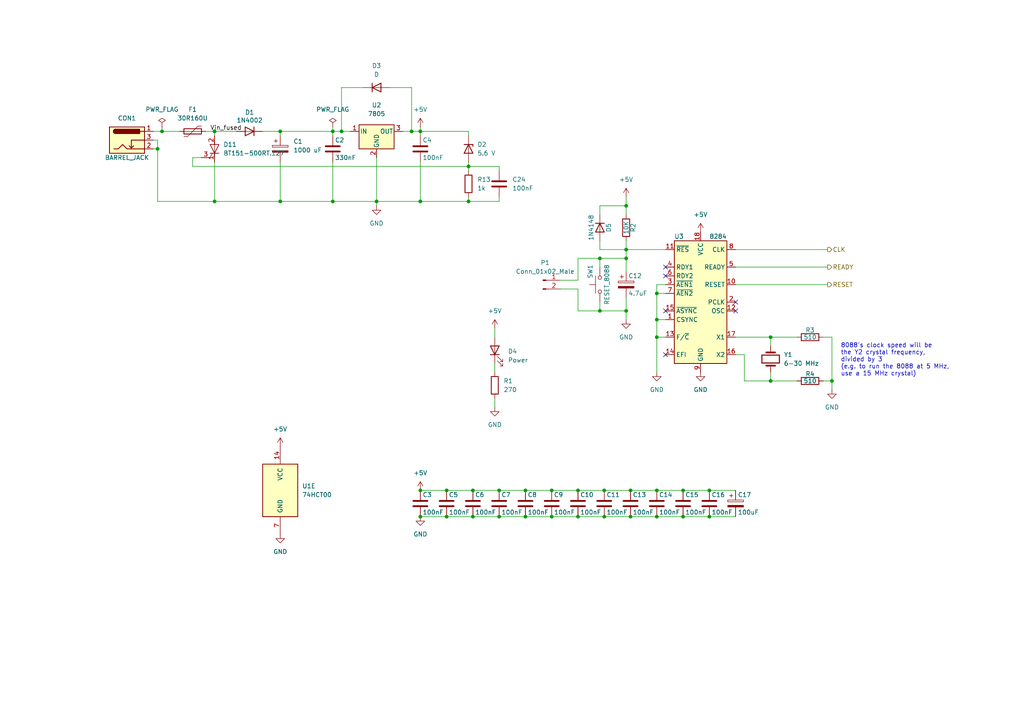
<source format=kicad_sch>
(kicad_sch (version 20211123) (generator eeschema)
  (paper "A4")
  (title_block (title "Tralala 8088 Homebrew Computer") (date "2023-01-17") (rev "1") (company "Copyright (C) 2016, 2017, 2022, 2023 Nikolay Nikolov <nickysn@users.sourceforge.net>") (comment 1 "PO Box 1866, Mountain View, CA 94042, USA.") (comment 2 "http://creativecommons.org/licenses/by-sa/3.0/ or send a letter to Creative Commons,") (comment 3 "License. To view a copy of this license, visit") (comment 4 "This work is licensed under the Creative Commons Attribution-ShareAlike 3.0 Unported"))
  (lib_symbols
    (symbol "+5V_1" (power) (pin_names (offset 0))
      (property "Value" "+5V_1" (at 0 3.556 0))
      (symbol "+5V_1_0_1"
        (polyline (pts (xy -0.762 1.27) (xy 0 2.54)))
        (polyline (pts (xy 0 0) (xy 0 2.54)))
        (polyline (pts (xy 0 2.54) (xy 0.762 1.27)))
      )
      (symbol "+5V_1_1_1"
        (pin power_in line (at 0 0 90) (length 0) hide (name "+5V") (number "1"))
      )
    )
    (symbol "74xx:74HC00" (pin_names (offset 1.016))
      (property "Reference" "U" (at 0 1.27 0))
      (property "Value" "74HC00" (at 0 -1.27 0))
      (symbol "74HC00_1_1"
        (arc (start 0 -3.81) (mid 3.81 0) (end 0 3.81) (stroke (width 0.254)) (fill (type background)))
        (polyline (pts (xy 0 3.81) (xy -3.81 3.81) (xy -3.81 -3.81) (xy 0 -3.81)) (stroke (width 0.254)) (fill (type background)))
        (pin input line (at -7.62 2.54 0) (length 3.81) (name "~") (number "1"))
        (pin input line (at -7.62 -2.54 0) (length 3.81) (name "~") (number "2"))
        (pin output inverted (at 7.62 0 180) (length 3.81) (name "~") (number "3"))
      )
      (symbol "74HC00_1_2"
        (arc (start -3.81 -3.81) (mid -2.589 0) (end -3.81 3.81) (stroke (width 0.254)))
        (arc (start -0.6096 -3.81) (mid 2.1842 -2.5851) (end 3.81 0) (stroke (width 0.254)) (fill (type background)))
        (polyline (pts (xy -3.81 -3.81) (xy -0.635 -3.81)) (stroke (width 0.254)) (fill (type background)))
        (polyline (pts (xy -3.81 3.81) (xy -0.635 3.81)) (stroke (width 0.254)) (fill (type background)))
        (polyline (pts (xy -0.635 3.81) (xy -3.81 3.81) (xy -3.81 3.81) (xy -3.556 3.4036) (xy -3.0226 2.2606) (xy -2.6924 1.0414) (xy -2.6162 -0.254) (xy -2.7686 -1.4986) (xy -3.175 -2.7178) (xy -3.81 -3.81) (xy -3.81 -3.81) (xy -0.635 -3.81)) (stroke (width -25.4)) (fill (type background)))
        (arc (start 3.81 0) (mid 2.1915 2.5936) (end -0.6096 3.81) (stroke (width 0.254)) (fill (type background)))
        (pin input inverted (at -7.62 2.54 0) (length 4.318) (name "~") (number "1"))
        (pin input inverted (at -7.62 -2.54 0) (length 4.318) (name "~") (number "2"))
        (pin output line (at 7.62 0 180) (length 3.81) (name "~") (number "3"))
      )
      (symbol "74HC00_2_1"
        (arc (start 0 -3.81) (mid 3.81 0) (end 0 3.81) (stroke (width 0.254)) (fill (type background)))
        (polyline (pts (xy 0 3.81) (xy -3.81 3.81) (xy -3.81 -3.81) (xy 0 -3.81)) (stroke (width 0.254)) (fill (type background)))
        (pin input line (at -7.62 2.54 0) (length 3.81) (name "~") (number "4"))
        (pin input line (at -7.62 -2.54 0) (length 3.81) (name "~") (number "5"))
        (pin output inverted (at 7.62 0 180) (length 3.81) (name "~") (number "6"))
      )
      (symbol "74HC00_2_2"
        (arc (start -3.81 -3.81) (mid -2.589 0) (end -3.81 3.81) (stroke (width 0.254)))
        (arc (start -0.6096 -3.81) (mid 2.1842 -2.5851) (end 3.81 0) (stroke (width 0.254)) (fill (type background)))
        (polyline (pts (xy -3.81 -3.81) (xy -0.635 -3.81)) (stroke (width 0.254)) (fill (type background)))
        (polyline (pts (xy -3.81 3.81) (xy -0.635 3.81)) (stroke (width 0.254)) (fill (type background)))
        (polyline (pts (xy -0.635 3.81) (xy -3.81 3.81) (xy -3.81 3.81) (xy -3.556 3.4036) (xy -3.0226 2.2606) (xy -2.6924 1.0414) (xy -2.6162 -0.254) (xy -2.7686 -1.4986) (xy -3.175 -2.7178) (xy -3.81 -3.81) (xy -3.81 -3.81) (xy -0.635 -3.81)) (stroke (width -25.4)) (fill (type background)))
        (arc (start 3.81 0) (mid 2.1915 2.5936) (end -0.6096 3.81) (stroke (width 0.254)) (fill (type background)))
        (pin input inverted (at -7.62 2.54 0) (length 4.318) (name "~") (number "4"))
        (pin input inverted (at -7.62 -2.54 0) (length 4.318) (name "~") (number "5"))
        (pin output line (at 7.62 0 180) (length 3.81) (name "~") (number "6"))
      )
      (symbol "74HC00_3_1"
        (arc (start 0 -3.81) (mid 3.81 0) (end 0 3.81) (stroke (width 0.254)) (fill (type background)))
        (polyline (pts (xy 0 3.81) (xy -3.81 3.81) (xy -3.81 -3.81) (xy 0 -3.81)) (stroke (width 0.254)) (fill (type background)))
        (pin input line (at -7.62 -2.54 0) (length 3.81) (name "~") (number "10"))
        (pin output inverted (at 7.62 0 180) (length 3.81) (name "~") (number "8"))
        (pin input line (at -7.62 2.54 0) (length 3.81) (name "~") (number "9"))
      )
      (symbol "74HC00_3_2"
        (arc (start -3.81 -3.81) (mid -2.589 0) (end -3.81 3.81) (stroke (width 0.254)))
        (arc (start -0.6096 -3.81) (mid 2.1842 -2.5851) (end 3.81 0) (stroke (width 0.254)) (fill (type background)))
        (polyline (pts (xy -3.81 -3.81) (xy -0.635 -3.81)) (stroke (width 0.254)) (fill (type background)))
        (polyline (pts (xy -3.81 3.81) (xy -0.635 3.81)) (stroke (width 0.254)) (fill (type background)))
        (polyline (pts (xy -0.635 3.81) (xy -3.81 3.81) (xy -3.81 3.81) (xy -3.556 3.4036) (xy -3.0226 2.2606) (xy -2.6924 1.0414) (xy -2.6162 -0.254) (xy -2.7686 -1.4986) (xy -3.175 -2.7178) (xy -3.81 -3.81) (xy -3.81 -3.81) (xy -0.635 -3.81)) (stroke (width -25.4)) (fill (type background)))
        (arc (start 3.81 0) (mid 2.1915 2.5936) (end -0.6096 3.81) (stroke (width 0.254)) (fill (type background)))
        (pin input inverted (at -7.62 -2.54 0) (length 4.318) (name "~") (number "10"))
        (pin output line (at 7.62 0 180) (length 3.81) (name "~") (number "8"))
        (pin input inverted (at -7.62 2.54 0) (length 4.318) (name "~") (number "9"))
      )
      (symbol "74HC00_4_1"
        (arc (start 0 -3.81) (mid 3.81 0) (end 0 3.81) (stroke (width 0.254)) (fill (type background)))
        (polyline (pts (xy 0 3.81) (xy -3.81 3.81) (xy -3.81 -3.81) (xy 0 -3.81)) (stroke (width 0.254)) (fill (type background)))
        (pin output inverted (at 7.62 0 180) (length 3.81) (name "~") (number "11"))
        (pin input line (at -7.62 2.54 0) (length 3.81) (name "~") (number "12"))
        (pin input line (at -7.62 -2.54 0) (length 3.81) (name "~") (number "13"))
      )
      (symbol "74HC00_4_2"
        (arc (start -3.81 -3.81) (mid -2.589 0) (end -3.81 3.81) (stroke (width 0.254)))
        (arc (start -0.6096 -3.81) (mid 2.1842 -2.5851) (end 3.81 0) (stroke (width 0.254)) (fill (type background)))
        (polyline (pts (xy -3.81 -3.81) (xy -0.635 -3.81)) (stroke (width 0.254)) (fill (type background)))
        (polyline (pts (xy -3.81 3.81) (xy -0.635 3.81)) (stroke (width 0.254)) (fill (type background)))
        (polyline (pts (xy -0.635 3.81) (xy -3.81 3.81) (xy -3.81 3.81) (xy -3.556 3.4036) (xy -3.0226 2.2606) (xy -2.6924 1.0414) (xy -2.6162 -0.254) (xy -2.7686 -1.4986) (xy -3.175 -2.7178) (xy -3.81 -3.81) (xy -3.81 -3.81) (xy -0.635 -3.81)) (stroke (width -25.4)) (fill (type background)))
        (arc (start 3.81 0) (mid 2.1915 2.5936) (end -0.6096 3.81) (stroke (width 0.254)) (fill (type background)))
        (pin output line (at 7.62 0 180) (length 3.81) (name "~") (number "11"))
        (pin input inverted (at -7.62 2.54 0) (length 4.318) (name "~") (number "12"))
        (pin input inverted (at -7.62 -2.54 0) (length 4.318) (name "~") (number "13"))
      )
      (symbol "74HC00_5_0"
        (pin power_in line (at 0 12.7 270) (length 5.08) (name "VCC") (number "14"))
        (pin power_in line (at 0 -12.7 90) (length 5.08) (name "GND") (number "7"))
      )
      (symbol "74HC00_5_1"
        (rectangle (start -5.08 7.62) (end 5.08 -7.62) (stroke (width 0.254)) (fill (type background)))
      )
    )
    (symbol "Connector:Barrel_Jack_Switch" (pin_names hide)
      (property "Reference" "J" (at 0 5.334 0))
      (property "Value" "Barrel_Jack_Switch" (at 0 -5.08 0))
      (symbol "Barrel_Jack_Switch_0_1"
        (rectangle (start -5.08 3.81) (end 5.08 -3.81) (stroke (width 0.254)) (fill (type background)))
        (arc (start -3.302 3.175) (mid -3.937 2.54) (end -3.302 1.905) (stroke (width 0.254)))
        (arc (start -3.302 3.175) (mid -3.937 2.54) (end -3.302 1.905) (stroke (width 0.254)) (fill (type outline)))
        (polyline (pts (xy 1.27 -2.286) (xy 1.905 -1.651)) (stroke (width 0.254)))
        (polyline (pts (xy 5.08 2.54) (xy 3.81 2.54)) (stroke (width 0.254)))
        (polyline (pts (xy 5.08 0) (xy 1.27 0) (xy 1.27 -2.286) (xy 0.635 -1.651)) (stroke (width 0.254)))
        (polyline (pts (xy -3.81 -2.54) (xy -2.54 -2.54) (xy -1.27 -1.27) (xy 0 -2.54) (xy 2.54 -2.54) (xy 5.08 -2.54)) (stroke (width 0.254)))
        (rectangle (start 3.683 3.175) (end -3.302 1.905) (stroke (width 0.254)) (fill (type outline)))
      )
      (symbol "Barrel_Jack_Switch_1_1"
        (pin passive line (at 7.62 2.54 180) (length 2.54) (name "~") (number "1"))
        (pin passive line (at 7.62 -2.54 180) (length 2.54) (name "~") (number "2"))
        (pin passive line (at 7.62 0 180) (length 2.54) (name "~") (number "3"))
      )
    )
    (symbol "Connector:Conn_01x02_Male" (pin_names (offset 1.016) hide)
      (property "Reference" "J" (at 0 2.54 0))
      (property "Value" "Conn_01x02_Male" (at 0 -5.08 0))
      (symbol "Conn_01x02_Male_1_1"
        (polyline (pts (xy 1.27 -2.54) (xy 0.8636 -2.54)) (stroke (width 0.1524)))
        (polyline (pts (xy 1.27 0) (xy 0.8636 0)) (stroke (width 0.1524)))
        (rectangle (start 0.8636 -2.413) (end 0 -2.667) (stroke (width 0.1524)) (fill (type outline)))
        (rectangle (start 0.8636 0.127) (end 0 -0.127) (stroke (width 0.1524)) (fill (type outline)))
        (pin passive line (at 5.08 0 180) (length 3.81) (name "Pin_1") (number "1"))
        (pin passive line (at 5.08 -2.54 180) (length 3.81) (name "Pin_2") (number "2"))
      )
    )
    (symbol "Device:C" (pin_numbers hide) (pin_names (offset 0.254))
      (property "Reference" "C" (at 0.635 2.54 0))
      (property "Value" "C" (at 0.635 -2.54 0))
      (symbol "C_0_1"
        (polyline (pts (xy -2.032 -0.762) (xy 2.032 -0.762)) (stroke (width 0.508)))
        (polyline (pts (xy -2.032 0.762) (xy 2.032 0.762)) (stroke (width 0.508)))
      )
      (symbol "C_1_1"
        (pin passive line (at 0 3.81 270) (length 2.794) (name "~") (number "1"))
        (pin passive line (at 0 -3.81 90) (length 2.794) (name "~") (number "2"))
      )
    )
    (symbol "Device:C_Polarized" (pin_numbers hide) (pin_names (offset 0.254))
      (property "Reference" "C" (at 0.635 2.54 0))
      (property "Value" "C_Polarized" (at 0.635 -2.54 0))
      (symbol "C_Polarized_0_1"
        (rectangle (start -2.286 0.508) (end 2.286 1.016))
        (polyline (pts (xy -1.778 2.286) (xy -0.762 2.286)))
        (polyline (pts (xy -1.27 2.794) (xy -1.27 1.778)))
        (rectangle (start 2.286 -0.508) (end -2.286 -1.016) (fill (type outline)))
      )
      (symbol "C_Polarized_1_1"
        (pin passive line (at 0 3.81 270) (length 2.794) (name "~") (number "1"))
        (pin passive line (at 0 -3.81 90) (length 2.794) (name "~") (number "2"))
      )
    )
    (symbol "Device:Crystal" (pin_numbers hide) (pin_names (offset 1.016) hide)
      (property "Reference" "Y" (at 0 3.81 0))
      (property "Value" "Crystal" (at 0 -3.81 0))
      (symbol "Crystal_0_1"
        (rectangle (start -1.143 2.54) (end 1.143 -2.54) (stroke (width 0.3048)))
        (polyline (pts (xy -2.54 0) (xy -1.905 0)))
        (polyline (pts (xy -1.905 -1.27) (xy -1.905 1.27)) (stroke (width 0.508)))
        (polyline (pts (xy 1.905 -1.27) (xy 1.905 1.27)) (stroke (width 0.508)))
        (polyline (pts (xy 2.54 0) (xy 1.905 0)))
      )
      (symbol "Crystal_1_1"
        (pin passive line (at -3.81 0 0) (length 1.27) (name "1") (number "1"))
        (pin passive line (at 3.81 0 180) (length 1.27) (name "2") (number "2"))
      )
    )
    (symbol "Device:D" (pin_numbers hide) (pin_names (offset 1.016) hide)
      (property "Reference" "D" (at 0 2.54 0))
      (property "Value" "D" (at 0 -2.54 0))
      (symbol "D_0_1"
        (polyline (pts (xy -1.27 1.27) (xy -1.27 -1.27)) (stroke (width 0.254)))
        (polyline (pts (xy 1.27 0) (xy -1.27 0)))
        (polyline (pts (xy 1.27 1.27) (xy 1.27 -1.27) (xy -1.27 0) (xy 1.27 1.27)) (stroke (width 0.254)))
      )
      (symbol "D_1_1"
        (pin passive line (at -3.81 0 0) (length 2.54) (name "K") (number "1"))
        (pin passive line (at 3.81 0 180) (length 2.54) (name "A") (number "2"))
      )
    )
    (symbol "Device:D_Zener" (pin_numbers hide) (pin_names (offset 1.016) hide)
      (property "Reference" "D" (at 0 2.54 0))
      (property "Value" "D_Zener" (at 0 -2.54 0))
      (symbol "D_Zener_0_1"
        (polyline (pts (xy 1.27 0) (xy -1.27 0)))
        (polyline (pts (xy -1.27 -1.27) (xy -1.27 1.27) (xy -0.762 1.27)) (stroke (width 0.254)))
        (polyline (pts (xy 1.27 -1.27) (xy 1.27 1.27) (xy -1.27 0) (xy 1.27 -1.27)) (stroke (width 0.254)))
      )
      (symbol "D_Zener_1_1"
        (pin passive line (at -3.81 0 0) (length 2.54) (name "K") (number "1"))
        (pin passive line (at 3.81 0 180) (length 2.54) (name "A") (number "2"))
      )
    )
    (symbol "Device:LED" (pin_numbers hide) (pin_names (offset 1.016) hide)
      (property "Reference" "D" (at 0 2.54 0))
      (property "Value" "LED" (at 0 -2.54 0))
      (symbol "LED_0_1"
        (polyline (pts (xy -1.27 -1.27) (xy -1.27 1.27)) (stroke (width 0.254)))
        (polyline (pts (xy -1.27 0) (xy 1.27 0)))
        (polyline (pts (xy 1.27 -1.27) (xy 1.27 1.27) (xy -1.27 0) (xy 1.27 -1.27)) (stroke (width 0.254)))
        (polyline (pts (xy -3.048 -0.762) (xy -4.572 -2.286) (xy -3.81 -2.286) (xy -4.572 -2.286) (xy -4.572 -1.524)))
        (polyline (pts (xy -1.778 -0.762) (xy -3.302 -2.286) (xy -2.54 -2.286) (xy -3.302 -2.286) (xy -3.302 -1.524)))
      )
      (symbol "LED_1_1"
        (pin passive line (at -3.81 0 0) (length 2.54) (name "K") (number "1"))
        (pin passive line (at 3.81 0 180) (length 2.54) (name "A") (number "2"))
      )
    )
    (symbol "Device:Polyfuse" (pin_numbers hide) (pin_names (offset 0))
      (property "Reference" "F" (at -2.54 0 90))
      (property "Value" "Polyfuse" (at 2.54 0 90))
      (symbol "Polyfuse_0_1"
        (rectangle (start -0.762 2.54) (end 0.762 -2.54) (stroke (width 0.254)))
        (polyline (pts (xy 0 2.54) (xy 0 -2.54)))
        (polyline (pts (xy -1.524 2.54) (xy -1.524 1.524) (xy 1.524 -1.524) (xy 1.524 -2.54)))
      )
      (symbol "Polyfuse_1_1"
        (pin passive line (at 0 3.81 270) (length 1.27) (name "~") (number "1"))
        (pin passive line (at 0 -3.81 90) (length 1.27) (name "~") (number "2"))
      )
    )
    (symbol "Device:Q_SCR_KAG" (pin_names (offset 0) hide)
      (property "Reference" "D" (at 1.905 0.635 0))
      (property "Value" "Q_SCR_KAG" (at 1.905 -1.27 0))
      (symbol "Q_SCR_KAG_0_1"
        (polyline (pts (xy -1.27 -2.54) (xy -0.635 -1.27)))
        (polyline (pts (xy -1.27 -1.27) (xy 1.27 -1.27)) (stroke (width 0.2032)))
        (polyline (pts (xy 0 -2.54) (xy 0 2.54)))
        (polyline (pts (xy -1.27 1.27) (xy 1.27 1.27) (xy 0 -1.27) (xy -1.27 1.27)) (stroke (width 0.2032)))
      )
      (symbol "Q_SCR_KAG_1_1"
        (pin passive line (at 0 -3.81 90) (length 2.54) (name "K") (number "1"))
        (pin passive line (at 0 3.81 270) (length 2.54) (name "A") (number "2"))
        (pin input line (at -3.81 -2.54 0) (length 2.54) (name "G") (number "3"))
      )
    )
    (symbol "Device:R" (pin_numbers hide) (pin_names (offset 0))
      (property "Reference" "R" (at 2.032 0 90))
      (property "Value" "R" (at 0 0 90))
      (symbol "R_0_1"
        (rectangle (start -1.016 -2.54) (end 1.016 2.54) (stroke (width 0.254)))
      )
      (symbol "R_1_1"
        (pin passive line (at 0 3.81 270) (length 1.27) (name "~") (number "1"))
        (pin passive line (at 0 -3.81 90) (length 1.27) (name "~") (number "2"))
      )
    )
    (symbol "Diode:1N4002" (pin_numbers hide) (pin_names hide)
      (property "Reference" "D" (at 0 2.54 0))
      (property "Value" "1N4002" (at 0 -2.54 0))
      (symbol "1N4002_0_1"
        (polyline (pts (xy -1.27 1.27) (xy -1.27 -1.27)) (stroke (width 0.254)))
        (polyline (pts (xy 1.27 0) (xy -1.27 0)))
        (polyline (pts (xy 1.27 1.27) (xy 1.27 -1.27) (xy -1.27 0) (xy 1.27 1.27)) (stroke (width 0.254)))
      )
      (symbol "1N4002_1_1"
        (pin passive line (at -3.81 0 0) (length 2.54) (name "K") (number "1"))
        (pin passive line (at 3.81 0 180) (length 2.54) (name "A") (number "2"))
      )
    )
    (symbol "GND_1" (power) (pin_names (offset 0))
      (property "Value" "GND_1" (at 0 -3.81 0))
      (symbol "GND_1_0_1"
        (polyline (pts (xy 0 0) (xy 0 -1.27) (xy 1.27 -1.27) (xy 0 -2.54) (xy -1.27 -1.27) (xy 0 -1.27)))
      )
      (symbol "GND_1_1_1"
        (pin power_in line (at 0 0 270) (length 0) hide (name "GND") (number "1"))
      )
    )
    (symbol "Regulator_Linear:L7805" (pin_names (offset 0.254))
      (property "Reference" "U" (at -3.81 3.175 0))
      (property "Value" "L7805" (at 0 3.175 0))
      (symbol "L7805_0_1"
        (rectangle (start -5.08 1.905) (end 5.08 -5.08) (stroke (width 0.254)) (fill (type background)))
      )
      (symbol "L7805_1_1"
        (pin power_in line (at -7.62 0 0) (length 2.54) (name "IN") (number "1"))
        (pin power_in line (at 0 -7.62 90) (length 2.54) (name "GND") (number "2"))
        (pin power_out line (at 7.62 0 180) (length 2.54) (name "OUT") (number "3"))
      )
    )
    (symbol "Switch:SW_Push" (pin_numbers hide) (pin_names (offset 1.016) hide)
      (property "Reference" "SW" (at 1.27 2.54 0))
      (property "Value" "SW_Push" (at 0 -1.524 0))
      (symbol "SW_Push_0_1"
        (circle (center -2.032 0) (radius 0.508))
        (polyline (pts (xy 0 1.27) (xy 0 3.048)))
        (polyline (pts (xy 2.54 1.27) (xy -2.54 1.27)))
        (circle (center 2.032 0) (radius 0.508))
        (pin passive line (at -5.08 0 0) (length 2.54) (name "1") (number "1"))
        (pin passive line (at 5.08 0 180) (length 2.54) (name "2") (number "2"))
      )
    )
    (symbol "Timer:8284"
      (property "Reference" "U" (at -3.81 19.05 0))
      (property "Value" "8284" (at 2.54 19.05 0))
      (symbol "8284_0_0"
        (rectangle (start -7.62 -17.78) (end 7.62 17.78) (stroke (width 0.254)) (fill (type background)))
      )
      (symbol "8284_1_1"
        (pin input line (at -10.16 -5.08 0) (length 2.54) (name "CSYNC") (number "1"))
        (pin output line (at 10.16 5.08 180) (length 2.54) (name "RESET") (number "10"))
        (pin input line (at -10.16 15.24 0) (length 2.54) (name "~{RES}") (number "11"))
        (pin output line (at 10.16 -2.54 180) (length 2.54) (name "OSC") (number "12"))
        (pin input line (at -10.16 -10.16 0) (length 2.54) (name "F/~{C}") (number "13"))
        (pin input line (at -10.16 -15.24 0) (length 2.54) (name "EFI") (number "14"))
        (pin input line (at -10.16 -2.54 0) (length 2.54) (name "~{ASYNC}") (number "15"))
        (pin output line (at 10.16 -15.24 180) (length 2.54) (name "X2") (number "16"))
        (pin input line (at 10.16 -10.16 180) (length 2.54) (name "X1") (number "17"))
        (pin power_in line (at 0 20.32 270) (length 2.54) (name "VCC") (number "18"))
        (pin output line (at 10.16 0 180) (length 2.54) (name "PCLK") (number "2"))
        (pin input line (at -10.16 5.08 0) (length 2.54) (name "~{AEN1}") (number "3"))
        (pin input line (at -10.16 10.16 0) (length 2.54) (name "RDY1") (number "4"))
        (pin output line (at 10.16 10.16 180) (length 2.54) (name "READY") (number "5"))
        (pin input line (at -10.16 7.62 0) (length 2.54) (name "RDY2") (number "6"))
        (pin input line (at -10.16 2.54 0) (length 2.54) (name "~{AEN2}") (number "7"))
        (pin output line (at 10.16 15.24 180) (length 2.54) (name "CLK") (number "8"))
        (pin power_in line (at 0 -20.32 90) (length 2.54) (name "GND") (number "9"))
      )
    )
    (symbol "power:+5V" (power) (pin_names (offset 0))
      (property "Value" "+5V" (at 0 3.556 0))
      (symbol "+5V_0_1"
        (polyline (pts (xy -0.762 1.27) (xy 0 2.54)))
        (polyline (pts (xy 0 0) (xy 0 2.54)))
        (polyline (pts (xy 0 2.54) (xy 0.762 1.27)))
      )
      (symbol "+5V_1_1"
        (pin power_in line (at 0 0 90) (length 0) hide (name "+5V") (number "1"))
      )
    )
    (symbol "power:GND" (power) (pin_names (offset 0))
      (property "Value" "GND" (at 0 -3.81 0))
      (symbol "GND_0_1"
        (polyline (pts (xy 0 0) (xy 0 -1.27) (xy 1.27 -1.27) (xy 0 -2.54) (xy -1.27 -1.27) (xy 0 -1.27)))
      )
      (symbol "GND_1_1"
        (pin power_in line (at 0 0 270) (length 0) hide (name "GND") (number "1"))
      )
    )
    (symbol "power:PWR_FLAG" (power) (pin_numbers hide) (pin_names (offset 0) hide)
      (property "Value" "PWR_FLAG" (at 0 3.81 0))
      (symbol "PWR_FLAG_0_0"
        (pin power_out line (at 0 0 90) (length 0) (name "pwr") (number "1"))
      )
      (symbol "PWR_FLAG_0_1"
        (polyline (pts (xy 0 0) (xy 0 1.27) (xy -1.016 1.905) (xy 0 2.54) (xy 1.016 1.905) (xy 0 1.27)))
      )
    )
  )
  (junction (at 62.23 58.42))
  (junction (at 152.4 142.24))
  (junction (at 96.52 58.42))
  (junction (at 190.5 92.71))
  (junction (at 135.89 58.42))
  (junction (at 119.38 38.1))
  (junction (at 223.52 110.49))
  (junction (at 190.5 142.24))
  (junction (at 167.64 149.86))
  (junction (at 181.61 59.69))
  (junction (at 173.99 74.93))
  (junction (at 129.54 149.86))
  (junction (at 205.74 149.86))
  (junction (at 198.12 142.24))
  (junction (at 144.78 149.86))
  (junction (at 121.92 142.24))
  (junction (at 81.28 58.42))
  (junction (at 121.92 149.86))
  (junction (at 109.22 58.42))
  (junction (at 181.61 90.17))
  (junction (at 137.16 142.24))
  (junction (at 190.5 85.09))
  (junction (at 129.54 142.24))
  (junction (at 121.92 38.1))
  (junction (at 137.16 149.86))
  (junction (at 182.88 142.24))
  (junction (at 190.5 149.86))
  (junction (at 173.99 90.17))
  (junction (at 96.52 38.1))
  (junction (at 241.3 110.49))
  (junction (at 121.92 58.42))
  (junction (at 160.02 142.24))
  (junction (at 223.52 97.79))
  (junction (at 167.64 142.24))
  (junction (at 144.78 142.24))
  (junction (at 205.74 142.24))
  (junction (at 190.5 97.79))
  (junction (at 181.61 74.93))
  (junction (at 198.12 149.86))
  (junction (at 175.26 149.86))
  (junction (at 46.99 38.1))
  (junction (at 81.28 38.1))
  (junction (at 99.06 38.1))
  (junction (at 152.4 149.86))
  (junction (at 181.61 72.39))
  (junction (at 175.26 142.24))
  (junction (at 45.72 43.18))
  (junction (at 160.02 149.86))
  (junction (at 62.23 38.1))
  (junction (at 135.89 48.26))
  (junction (at 182.88 149.86))
  (no_connect (at 213.36 90.17))
  (no_connect (at 193.04 80.01))
  (no_connect (at 193.04 90.17))
  (no_connect (at 193.04 102.87))
  (no_connect (at 193.04 77.47))
  (no_connect (at 213.36 87.63))
  (wire (pts (xy 167.64 83.82) (xy 167.64 90.17)))
  (wire (pts (xy 162.56 81.28) (xy 167.64 81.28)))
  (wire (pts (xy 62.23 38.1) (xy 68.58 38.1)))
  (wire (pts (xy 181.61 92.71) (xy 181.61 90.17)))
  (wire (pts (xy 62.23 58.42) (xy 81.28 58.42)))
  (wire (pts (xy 109.22 58.42) (xy 121.92 58.42)))
  (wire (pts (xy 129.54 142.24) (xy 137.16 142.24)))
  (wire (pts (xy 223.52 110.49) (xy 231.14 110.49)))
  (wire (pts (xy 144.78 149.86) (xy 152.4 149.86)))
  (wire (pts (xy 45.72 40.64) (xy 45.72 43.18)))
  (wire (pts (xy 181.61 59.69) (xy 181.61 62.23)))
  (wire (pts (xy 45.72 58.42) (xy 62.23 58.42)))
  (wire (pts (xy 121.92 38.1) (xy 121.92 36.83)))
  (wire (pts (xy 190.5 82.55) (xy 190.5 85.09)))
  (wire (pts (xy 181.61 59.69) (xy 173.99 59.69)))
  (wire (pts (xy 205.74 142.24) (xy 213.36 142.24)))
  (wire (pts (xy 190.5 97.79) (xy 193.04 97.79)))
  (wire (pts (xy 181.61 72.39) (xy 193.04 72.39)))
  (wire (pts (xy 167.64 149.86) (xy 175.26 149.86)))
  (wire (pts (xy 45.72 43.18) (xy 45.72 58.42)))
  (wire (pts (xy 55.88 45.72) (xy 58.42 45.72)))
  (wire (pts (xy 198.12 149.86) (xy 205.74 149.86)))
  (wire (pts (xy 213.36 102.87) (xy 215.9 102.87)))
  (wire (pts (xy 46.99 38.1) (xy 44.45 38.1)))
  (wire (pts (xy 152.4 149.86) (xy 160.02 149.86)))
  (wire (pts (xy 96.52 58.42) (xy 96.52 46.99)))
  (wire (pts (xy 96.52 36.83) (xy 96.52 38.1)))
  (wire (pts (xy 143.51 105.41) (xy 143.51 107.95)))
  (wire (pts (xy 175.26 149.86) (xy 182.88 149.86)))
  (wire (pts (xy 223.52 97.79) (xy 231.14 97.79)))
  (wire (pts (xy 160.02 142.24) (xy 167.64 142.24)))
  (wire (pts (xy 241.3 97.79) (xy 241.3 110.49)))
  (wire (pts (xy 143.51 95.25) (xy 143.51 97.79)))
  (wire (pts (xy 162.56 83.82) (xy 167.64 83.82)))
  (wire (pts (xy 182.88 142.24) (xy 190.5 142.24)))
  (wire (pts (xy 144.78 142.24) (xy 152.4 142.24)))
  (wire (pts (xy 173.99 59.69) (xy 173.99 62.23)))
  (wire (pts (xy 190.5 85.09) (xy 190.5 92.71)))
  (wire (pts (xy 205.74 149.86) (xy 213.36 149.86)))
  (wire (pts (xy 99.06 38.1) (xy 101.6 38.1)))
  (wire (pts (xy 119.38 38.1) (xy 121.92 38.1)))
  (wire (pts (xy 173.99 74.93) (xy 173.99 77.47)))
  (wire (pts (xy 135.89 39.37) (xy 135.89 38.1)))
  (wire (pts (xy 241.3 110.49) (xy 241.3 113.03)))
  (wire (pts (xy 137.16 149.86) (xy 144.78 149.86)))
  (wire (pts (xy 46.99 38.1) (xy 52.07 38.1)))
  (wire (pts (xy 190.5 97.79) (xy 190.5 107.95)))
  (wire (pts (xy 62.23 39.37) (xy 62.23 38.1)))
  (wire (pts (xy 144.78 48.26) (xy 135.89 48.26)))
  (wire (pts (xy 160.02 149.86) (xy 167.64 149.86)))
  (wire (pts (xy 59.69 38.1) (xy 62.23 38.1)))
  (wire (pts (xy 116.84 38.1) (xy 119.38 38.1)))
  (wire (pts (xy 62.23 46.99) (xy 62.23 58.42)))
  (wire (pts (xy 81.28 38.1) (xy 81.28 39.37)))
  (wire (pts (xy 182.88 149.86) (xy 190.5 149.86)))
  (wire (pts (xy 105.41 25.4) (xy 99.06 25.4)))
  (wire (pts (xy 109.22 58.42) (xy 109.22 45.72)))
  (wire (pts (xy 109.22 58.42) (xy 109.22 59.69)))
  (wire (pts (xy 215.9 102.87) (xy 215.9 110.49)))
  (wire (pts (xy 96.52 39.37) (xy 96.52 38.1)))
  (wire (pts (xy 143.51 115.57) (xy 143.51 118.11)))
  (wire (pts (xy 96.52 38.1) (xy 99.06 38.1)))
  (wire (pts (xy 213.36 77.47) (xy 240.03 77.47)))
  (wire (pts (xy 238.76 110.49) (xy 241.3 110.49)))
  (wire (pts (xy 144.78 58.42) (xy 135.89 58.42)))
  (wire (pts (xy 173.99 72.39) (xy 181.61 72.39)))
  (wire (pts (xy 190.5 149.86) (xy 198.12 149.86)))
  (wire (pts (xy 173.99 74.93) (xy 181.61 74.93)))
  (wire (pts (xy 144.78 57.15) (xy 144.78 58.42)))
  (wire (pts (xy 135.89 58.42) (xy 135.89 57.15)))
  (wire (pts (xy 173.99 69.85) (xy 173.99 72.39)))
  (wire (pts (xy 46.99 38.1) (xy 46.99 36.83)))
  (wire (pts (xy 215.9 110.49) (xy 223.52 110.49)))
  (wire (pts (xy 121.92 39.37) (xy 121.92 38.1)))
  (wire (pts (xy 190.5 92.71) (xy 193.04 92.71)))
  (wire (pts (xy 121.92 149.86) (xy 129.54 149.86)))
  (wire (pts (xy 81.28 58.42) (xy 96.52 58.42)))
  (wire (pts (xy 129.54 149.86) (xy 137.16 149.86)))
  (wire (pts (xy 223.52 97.79) (xy 223.52 100.33)))
  (wire (pts (xy 119.38 25.4) (xy 113.03 25.4)))
  (wire (pts (xy 175.26 142.24) (xy 182.88 142.24)))
  (wire (pts (xy 167.64 81.28) (xy 167.64 74.93)))
  (wire (pts (xy 137.16 142.24) (xy 144.78 142.24)))
  (wire (pts (xy 81.28 38.1) (xy 96.52 38.1)))
  (wire (pts (xy 144.78 49.53) (xy 144.78 48.26)))
  (wire (pts (xy 238.76 97.79) (xy 241.3 97.79)))
  (wire (pts (xy 167.64 90.17) (xy 173.99 90.17)))
  (wire (pts (xy 121.92 58.42) (xy 121.92 46.99)))
  (wire (pts (xy 213.36 72.39) (xy 240.03 72.39)))
  (wire (pts (xy 181.61 72.39) (xy 181.61 74.93)))
  (wire (pts (xy 167.64 142.24) (xy 175.26 142.24)))
  (wire (pts (xy 193.04 82.55) (xy 190.5 82.55)))
  (wire (pts (xy 181.61 69.85) (xy 181.61 72.39)))
  (wire (pts (xy 55.88 48.26) (xy 55.88 45.72)))
  (wire (pts (xy 190.5 142.24) (xy 198.12 142.24)))
  (wire (pts (xy 213.36 82.55) (xy 240.03 82.55)))
  (wire (pts (xy 173.99 90.17) (xy 181.61 90.17)))
  (wire (pts (xy 55.88 48.26) (xy 135.89 48.26)))
  (wire (pts (xy 135.89 58.42) (xy 121.92 58.42)))
  (wire (pts (xy 152.4 142.24) (xy 160.02 142.24)))
  (wire (pts (xy 121.92 142.24) (xy 129.54 142.24)))
  (wire (pts (xy 213.36 97.79) (xy 223.52 97.79)))
  (wire (pts (xy 45.72 43.18) (xy 44.45 43.18)))
  (wire (pts (xy 76.2 38.1) (xy 81.28 38.1)))
  (wire (pts (xy 44.45 40.64) (xy 45.72 40.64)))
  (wire (pts (xy 135.89 46.99) (xy 135.89 48.26)))
  (wire (pts (xy 81.28 46.99) (xy 81.28 58.42)))
  (wire (pts (xy 190.5 92.71) (xy 190.5 97.79)))
  (wire (pts (xy 99.06 25.4) (xy 99.06 38.1)))
  (wire (pts (xy 135.89 38.1) (xy 121.92 38.1)))
  (wire (pts (xy 167.64 74.93) (xy 173.99 74.93)))
  (wire (pts (xy 173.99 87.63) (xy 173.99 90.17)))
  (wire (pts (xy 135.89 48.26) (xy 135.89 49.53)))
  (wire (pts (xy 223.52 107.95) (xy 223.52 110.49)))
  (wire (pts (xy 181.61 57.15) (xy 181.61 59.69)))
  (wire (pts (xy 190.5 85.09) (xy 193.04 85.09)))
  (wire (pts (xy 198.12 142.24) (xy 205.74 142.24)))
  (wire (pts (xy 96.52 58.42) (xy 109.22 58.42)))
  (wire (pts (xy 119.38 38.1) (xy 119.38 25.4)))
  (wire (pts (xy 181.61 86.36) (xy 181.61 90.17)))
  (wire (pts (xy 181.61 74.93) (xy 181.61 78.74)))
  (text "8088's clock speed will be\nthe Y2 crystal frequency,\ndivided by 3\n(e.g. to run the 8088 at 5 MHz,\nuse a 15 MHz crystal)" (at 243.84 109.22 0) (effects (font (size 1.27 1.27)) (justify left bottom)))
  (label "Vin_fused" (at 60.96 38.1 0))
  (hierarchical_label "CLK" (shape output) (at 240.03 72.39 0))
  (hierarchical_label "READY" (shape output) (at 240.03 77.47 0))
  (hierarchical_label "RESET" (shape output) (at 240.03 82.55 0))
  (symbol (lib_id "Device:D_Zener") (at 135.89 43.18 270) (unit 1)
    (property "Reference" "D2" (at 138.43 41.9099 90) (effects (justify left)))
    (property "Value" "5.6 V" (at 138.43 44.4499 90) (effects (justify left)))
    (property "Footprint" "Diode_THT:D_DO-41_SOD81_P10.16mm_Horizontal" (effects hide))
  )
  (symbol (lib_id "Device:C") (at 182.88 146.05 0) (unit 1)
    (property "Reference" "C13" (at 183.515 143.51 0) (effects (justify left)))
    (property "Value" "100nF" (at 183.515 148.59 0) (effects (justify left)))
    (property "Footprint" "Capacitor_THT:C_Disc_D6.0mm_W2.5mm_P5.00mm" (effects hide))
  )
  (symbol (lib_id "Device:C_Polarized") (at 181.61 82.55 0) (unit 1)
    (property "Reference" "C12" (at 182.245 80.01 0) (effects (justify left)))
    (property "Value" "4.7uF" (at 182.245 85.09 0) (effects (justify left)))
    (property "Footprint" "Capacitor_THT:CP_Radial_D5.0mm_P2.00mm" (effects hide))
  )
  (symbol (lib_id "power:GND") (at 241.3 113.03 0) (unit 1)
    (property "Reference" "#PWR015" (effects hide))
    (property "Value" "GND" (at 241.3 118.11 0))
  )
  (symbol (lib_id "Device:C") (at 152.4 146.05 0) (unit 1)
    (property "Reference" "C8" (at 153.035 143.51 0) (effects (justify left)))
    (property "Value" "100nF" (at 153.035 148.59 0) (effects (justify left)))
    (property "Footprint" "Capacitor_THT:C_Disc_D6.0mm_W2.5mm_P5.00mm" (effects hide))
  )
  (symbol (lib_id "power:GND") (at 190.5 107.95 0) (unit 1)
    (property "Reference" "#PWR012" (effects hide))
    (property "Value" "GND" (at 190.5 113.03 0))
  )
  (symbol (lib_id "power:+5V") (at 121.92 142.24 0) (unit 1)
    (property "Reference" "#PWR05" (effects hide))
    (property "Value" "+5V" (at 121.92 137.16 0))
  )
  (symbol (lib_id "Device:LED") (at 143.51 101.6 90) (unit 1)
    (property "Reference" "D4" (at 147.32 101.9174 90) (effects (justify right)))
    (property "Value" "Power" (at 147.32 104.4574 90) (effects (justify right)))
    (property "Footprint" "LED_THT:LED_D5.0mm" (effects hide))
  )
  (symbol (lib_id "Device:C") (at 198.12 146.05 0) (unit 1)
    (property "Reference" "C15" (at 198.755 143.51 0) (effects (justify left)))
    (property "Value" "100nF" (at 198.755 148.59 0) (effects (justify left)))
    (property "Footprint" "Capacitor_THT:C_Disc_D6.0mm_W2.5mm_P5.00mm" (effects hide))
  )
  (symbol (lib_id "power:+5V") (at 81.28 129.54 0) (unit 1)
    (property "Reference" "#PWR02" (effects hide))
    (property "Value" "+5V" (at 81.28 124.46 0))
  )
  (symbol (lib_id "Device:R") (at 135.89 53.34 0) (unit 1)
    (property "Reference" "R13" (at 138.43 52.0699 0) (effects (justify left)))
    (property "Value" "1k" (at 138.43 54.6099 0) (effects (justify left)))
    (property "Footprint" "Resistor_THT:R_Axial_DIN0207_L6.3mm_D2.5mm_P10.16mm_Horizontal" (effects hide))
  )
  (symbol (lib_id "Device:C") (at 121.92 146.05 0) (unit 1)
    (property "Reference" "C3" (at 122.555 143.51 0) (effects (justify left)))
    (property "Value" "100nF" (at 122.555 148.59 0) (effects (justify left)))
    (property "Footprint" "Capacitor_THT:C_Disc_D6.0mm_W2.5mm_P5.00mm" (effects hide))
  )
  (symbol (lib_id "Device:C") (at 167.64 146.05 0) (unit 1)
    (property "Reference" "C10" (at 168.275 143.51 0) (effects (justify left)))
    (property "Value" "100nF" (at 168.275 148.59 0) (effects (justify left)))
    (property "Footprint" "Capacitor_THT:C_Disc_D6.0mm_W2.5mm_P5.00mm" (effects hide))
  )
  (symbol (lib_id "Device:C") (at 190.5 146.05 0) (unit 1)
    (property "Reference" "C14" (at 191.135 143.51 0) (effects (justify left)))
    (property "Value" "100nF" (at 191.135 148.59 0) (effects (justify left)))
    (property "Footprint" "Capacitor_THT:C_Disc_D6.0mm_W2.5mm_P5.00mm" (effects hide))
  )
  (symbol (lib_id "Device:C") (at 175.26 146.05 0) (unit 1)
    (property "Reference" "C11" (at 175.895 143.51 0) (effects (justify left)))
    (property "Value" "100nF" (at 175.895 148.59 0) (effects (justify left)))
    (property "Footprint" "Capacitor_THT:C_Disc_D6.0mm_W2.5mm_P5.00mm" (effects hide))
  )
  (symbol (lib_id "power:+5V") (at 121.92 36.83 0) (unit 1)
    (property "Reference" "#PWR07" (effects hide))
    (property "Value" "+5V" (at 121.92 31.75 0))
  )
  (symbol (lib_id "power:+5V") (at 203.2 67.31 0) (unit 1)
    (property "Reference" "#PWR013" (effects hide))
    (property "Value" "+5V" (at 203.2 62.23 0))
  )
  (symbol (lib_id "Switch:SW_Push") (at 173.99 82.55 90) (unit 1)
    (property "Reference" "SW1" (at 171.196 78.74 0))
    (property "Value" "RESET_8088" (at 176.022 82.55 0))
    (property "Footprint" "Button_Switch_THT:SW_PUSH_6mm_H5mm" (effects hide))
  )
  (symbol (lib_id "Device:C") (at 144.78 53.34 0) (unit 1)
    (property "Reference" "C24" (at 148.59 52.0699 0) (effects (justify left)))
    (property "Value" "100nF" (at 148.59 54.6099 0) (effects (justify left)))
    (property "Footprint" "Capacitor_THT:C_Disc_D6.0mm_W2.5mm_P5.00mm" (effects hide))
  )
  (symbol (lib_id "Device:C") (at 129.54 146.05 0) (unit 1)
    (property "Reference" "C5" (at 130.175 143.51 0) (effects (justify left)))
    (property "Value" "100nF" (at 130.175 148.59 0) (effects (justify left)))
    (property "Footprint" "Capacitor_THT:C_Disc_D6.0mm_W2.5mm_P5.00mm" (effects hide))
  )
  (symbol (lib_id "power:PWR_FLAG") (at 96.52 36.83 0) (unit 1)
    (property "Reference" "#FLG02" (effects hide))
    (property "Value" "PWR_FLAG" (at 96.52 31.75 0))
  )
  (symbol (lib_id "Device:C") (at 121.92 43.18 0) (unit 1)
    (property "Reference" "C4" (at 122.555 40.64 0) (effects (justify left)))
    (property "Value" "100nF" (at 122.555 45.72 0) (effects (justify left)))
    (property "Footprint" "Capacitor_THT:C_Disc_D6.0mm_W2.5mm_P5.00mm" (effects hide))
  )
  (symbol (lib_id "power:GND") (at 109.22 59.69 0) (unit 1)
    (property "Reference" "#PWR04" (effects hide))
    (property "Value" "GND" (at 109.22 64.77 0))
  )
  (symbol (lib_id "power:PWR_FLAG") (at 46.99 36.83 0) (unit 1)
    (property "Reference" "#FLG01" (effects hide))
    (property "Value" "PWR_FLAG" (at 46.99 31.75 0))
  )
  (symbol (lib_id "Device:C_Polarized") (at 81.28 43.18 0) (unit 1)
    (property "Reference" "C1" (at 85.09 41.0209 0) (effects (justify left)))
    (property "Value" "1000 uF" (at 85.09 43.5609 0) (effects (justify left)))
    (property "Footprint" "Capacitor_THT:CP_Radial_D13.0mm_P5.00mm" (effects hide))
  )
  (symbol (lib_id "Connector:Barrel_Jack_Switch") (at 36.83 40.64 0) (unit 1)
    (property "Reference" "CON1" (at 36.83 34.29 0))
    (property "Value" "BARREL_JACK" (at 36.83 45.72 0))
    (property "Footprint" "Connector_BarrelJack:BarrelJack_Horizontal" (effects hide))
  )
  (symbol (lib_id "power:+5V") (at 181.61 57.15 0) (unit 1)
    (property "Reference" "#PWR010" (effects hide))
    (property "Value" "+5V" (at 181.61 52.07 0))
  )
  (symbol (lib_id "Regulator_Linear:L7805") (at 109.22 38.1 0) (unit 1)
    (property "Reference" "U2" (at 109.22 30.48 0))
    (property "Value" "7805" (at 109.22 33.02 0))
    (property "Footprint" "Package_TO_SOT_THT:TO-220-3_Vertical" (effects hide))
    (property "Datasheet" "http://www.st.com/content/ccc/resource/technical/document/datasheet/41/4f/b3/b0/12/d4/47/88/CD00000444.pdf/files/CD00000444.pdf/jcr:content/translations/en.CD00000444.pdf" (effects hide))
  )
  (symbol (lib_id "Device:Crystal") (at 223.52 104.14 90) (unit 1)
    (property "Reference" "Y1" (at 227.33 102.8699 90) (effects (justify right)))
    (property "Value" "6-30 MHz" (at 227.33 105.4099 90) (effects (justify right)))
    (property "Footprint" "Crystal:Crystal_HC49-U_Vertical" (effects hide))
  )
  (symbol (lib_id "Device:R") (at 143.51 111.76 0) (unit 1)
    (property "Reference" "R1" (at 146.05 110.4899 0) (effects (justify left)))
    (property "Value" "270" (at 146.05 113.0299 0) (effects (justify left)))
    (property "Footprint" "Resistor_THT:R_Axial_DIN0207_L6.3mm_D2.5mm_P10.16mm_Horizontal" (effects hide))
  )
  (symbol (lib_id "74xx:74HC00") (at 81.28 142.24 0) (unit 5)
    (property "Reference" "U1" (at 87.63 140.9699 0) (effects (justify left)))
    (property "Value" "74HCT00" (at 87.63 143.5099 0) (effects (justify left)))
    (property "Footprint" "Package_DIP:DIP-14_W7.62mm" (effects hide))
    (property "Datasheet" "http://www.ti.com/lit/gpn/sn74hc00" (effects hide))
  )
  (symbol (lib_id "Device:Q_SCR_KAG") (at 62.23 43.18 0) (unit 1)
    (property "Reference" "D11" (at 64.77 41.9099 0) (effects (justify left)))
    (property "Value" "BT151-500RT.127" (at 64.77 44.4499 0) (effects (justify left)))
    (property "Footprint" "Package_TO_SOT_THT:TO-220-3_Vertical" (effects hide))
  )
  (symbol (lib_name "GND_1") (lib_id "power:GND") (at 143.51 118.11 0) (unit 1)
    (property "Reference" "#PWR09" (effects hide))
    (property "Value" "GND" (at 143.51 123.19 0))
  )
  (symbol (lib_id "power:GND") (at 203.2 107.95 0) (unit 1)
    (property "Reference" "#PWR014" (effects hide))
    (property "Value" "GND" (at 203.2 113.03 0))
  )
  (symbol (lib_id "Device:C") (at 96.52 43.18 0) (unit 1)
    (property "Reference" "C2" (at 97.155 40.64 0) (effects (justify left)))
    (property "Value" "330nF" (at 97.155 45.72 0) (effects (justify left)))
    (property "Footprint" "Capacitor_THT:C_Disc_D6.0mm_W2.5mm_P5.00mm" (effects hide))
  )
  (symbol (lib_id "Device:C") (at 160.02 146.05 0) (unit 1)
    (property "Reference" "C9" (at 160.655 143.51 0) (effects (justify left)))
    (property "Value" "100nF" (at 160.655 148.59 0) (effects (justify left)))
    (property "Footprint" "Capacitor_THT:C_Disc_D6.0mm_W2.5mm_P5.00mm" (effects hide))
  )
  (symbol (lib_id "Device:C") (at 144.78 146.05 0) (unit 1)
    (property "Reference" "C7" (at 145.415 143.51 0) (effects (justify left)))
    (property "Value" "100nF" (at 145.415 148.59 0) (effects (justify left)))
    (property "Footprint" "Capacitor_THT:C_Disc_D6.0mm_W2.5mm_P5.00mm" (effects hide))
  )
  (symbol (lib_id "power:GND") (at 181.61 92.71 0) (unit 1)
    (property "Reference" "#PWR011" (effects hide))
    (property "Value" "GND" (at 181.61 97.79 0))
  )
  (symbol (lib_id "power:GND") (at 121.92 149.86 0) (unit 1)
    (property "Reference" "#PWR06" (effects hide))
    (property "Value" "GND" (at 121.92 154.94 0))
  )
  (symbol (lib_id "Device:C_Polarized") (at 213.36 146.05 0) (unit 1)
    (property "Reference" "C17" (at 213.995 143.51 0) (effects (justify left)))
    (property "Value" "100uF" (at 213.995 148.59 0) (effects (justify left)))
    (property "Footprint" "Capacitor_THT:CP_Radial_D5.0mm_P2.00mm" (effects hide))
  )
  (symbol (lib_id "Timer:8284") (at 203.2 87.63 0) (unit 1)
    (property "Reference" "U3" (at 195.58 68.58 0) (effects (justify left)))
    (property "Value" "8284" (at 205.74 68.58 0) (effects (justify left)))
    (property "Footprint" "Package_DIP:DIP-18_W7.62mm" (effects hide))
    (property "Datasheet" "http://www.cpu-galaxy.at/cpu/ram%20rom%20eprom/other_intel_chips/other_intel-Dateien/D8284A_Datasheet.pdf" (effects hide))
  )
  (symbol (lib_id "Device:R") (at 234.95 97.79 90) (unit 1)
    (property "Reference" "R3" (at 234.95 95.758 90))
    (property "Value" "510" (at 234.95 97.79 90))
    (property "Footprint" "Resistor_THT:R_Axial_DIN0207_L6.3mm_D2.5mm_P10.16mm_Horizontal" (effects hide))
  )
  (symbol (lib_id "Connector:Conn_01x02_Male") (at 157.48 81.28 0) (unit 1)
    (property "Reference" "P1" (at 158.115 76.2 0))
    (property "Value" "Conn_01x02_Male" (at 158.115 78.74 0))
    (property "Footprint" "Connector_PinHeader_2.54mm:PinHeader_1x02_P2.54mm_Vertical" (effects hide))
  )
  (symbol (lib_id "Device:R") (at 181.61 66.04 0) (unit 1)
    (property "Reference" "R2" (at 183.642 66.04 90))
    (property "Value" "10K" (at 181.61 66.04 90))
    (property "Footprint" "Resistor_THT:R_Axial_DIN0207_L6.3mm_D2.5mm_P10.16mm_Horizontal" (effects hide))
  )
  (symbol (lib_id "Device:R") (at 234.95 110.49 90) (unit 1)
    (property "Reference" "R4" (at 234.95 108.458 90))
    (property "Value" "510" (at 234.95 110.49 90))
    (property "Footprint" "Resistor_THT:R_Axial_DIN0207_L6.3mm_D2.5mm_P10.16mm_Horizontal" (effects hide))
  )
  (symbol (lib_id "Device:D") (at 109.22 25.4 0) (unit 1)
    (property "Reference" "D3" (at 109.22 19.05 0))
    (property "Value" "D" (at 109.22 21.59 0))
    (property "Footprint" "Diode_THT:D_DO-41_SOD81_P10.16mm_Horizontal" (effects hide))
  )
  (symbol (lib_id "Device:Polyfuse") (at 55.88 38.1 90) (unit 1)
    (property "Reference" "F1" (at 55.88 31.75 90))
    (property "Value" "30R160U" (at 55.88 34.29 90))
    (property "Footprint" "Fuse:Fuse_Littelfuse_395Series" (effects hide))
  )
  (symbol (lib_id "Device:C") (at 137.16 146.05 0) (unit 1)
    (property "Reference" "C6" (at 137.795 143.51 0) (effects (justify left)))
    (property "Value" "100nF" (at 137.795 148.59 0) (effects (justify left)))
    (property "Footprint" "Capacitor_THT:C_Disc_D6.0mm_W2.5mm_P5.00mm" (effects hide))
  )
  (symbol (lib_id "Device:D") (at 173.99 66.04 270) (unit 1)
    (property "Reference" "D5" (at 176.53 66.04 0))
    (property "Value" "1N4148" (at 171.45 66.04 0))
    (property "Footprint" "Diode_THT:D_DO-35_SOD27_P7.62mm_Horizontal" (effects hide))
  )
  (symbol (lib_id "Device:C") (at 205.74 146.05 0) (unit 1)
    (property "Reference" "C16" (at 206.375 143.51 0) (effects (justify left)))
    (property "Value" "100nF" (at 206.375 148.59 0) (effects (justify left)))
    (property "Footprint" "Capacitor_THT:C_Disc_D6.0mm_W2.5mm_P5.00mm" (effects hide))
  )
  (symbol (lib_name "+5V_1") (lib_id "power:+5V") (at 143.51 95.25 0) (unit 1)
    (property "Reference" "#PWR08" (effects hide))
    (property "Value" "+5V" (at 143.51 90.17 0))
  )
  (symbol (lib_id "power:GND") (at 81.28 154.94 0) (unit 1)
    (property "Reference" "#PWR03" (effects hide))
    (property "Value" "GND" (at 81.28 160.02 0))
  )
  (symbol (lib_id "Diode:1N4002") (at 72.39 38.1 180) (unit 1)
    (property "Reference" "D1" (at 72.39 32.5882 0))
    (property "Value" "1N4002" (at 72.39 34.8996 0))
    (property "Footprint" "Diode_THT:D_DO-41_SOD81_P10.16mm_Horizontal" (effects hide))
    (property "Datasheet" "http://www.vishay.com/docs/88503/1n4001.pdf" (effects hide))
  )
)
</source>
